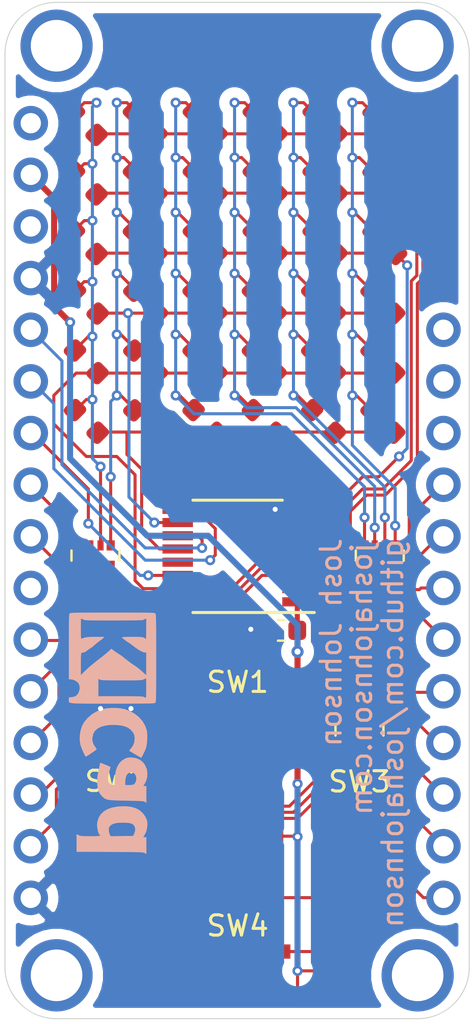
<source format=kicad_pcb>
(kicad_pcb (version 20171130) (host pcbnew "(5.1.2)-1")
  (title_block (rev 0) (company "Josh Johnson"))
  (layers (0 F.Cu signal) (31 B.Cu signal) (34 B.Paste user) (35 F.Paste user) (36 B.SilkS user) (37 F.SilkS user) (38 B.Mask user) (39 F.Mask user) (44 Edge.Cuts user))
  (net 0 "")
  (net 1 GND)
  (net 2 +3V3)
  (net 3 "Net-(D1-Pad2)")
  (net 4 "Net-(D1-Pad3)")
  (net 5 "Net-(D1-Pad1)")
  (net 6 /BT1)
  (net 7 /BT2)
  (net 8 /BT3)
  (net 9 /BT4)
  (net 10 /COL_5)
  (net 11 /COL_6)
  (net 12 /nLED_R)
  (net 13 /nLED_B)
  (net 14 /nLED_G)
  (net 15 /COL_1)
  (net 16 /COL_3)
  (net 17 /COL_2)
  (net 18 /COL_4)
  (net 19 /ROW_6)
  (net 20 /ROW_5)
  (net 21 /ROW_4)
  (net 22 /ROW_3)
  (net 23 /ROW_2)
  (net 24 /ROW_1)
  (net 25 /R1)
  (net 26 /R2)
  (net 27 /R3)
  (net 28 /R4)
  (net 29 /R5)
  (net 30 /R6)
  (net 31 /C1)
  (net 32 /C2)
  (net 33 /C3)
  (net 34 /C4)
  (net 35 /C5)
  (net 36 /C6)
  (module josh-led:LED_ARGB_PLCC4_1210 (layer F.Cu) (at 110.95 115.625 270)
    (fp_text reference D1 hide)
    (fp_text value LED_RGBA)
    (pad 2 smd rect (at 0.75 1.4 270) (size 1.1 1.7) (layers F.Cu F.Paste F.Mask) (net 3 "Net-(D1-Pad2)"))
    (pad 3 smd rect (at 0.75 -1.4 270) (size 1.1 1.7) (layers F.Cu F.Paste F.Mask) (net 4 "Net-(D1-Pad3)"))
    (pad 1 smd rect (at -0.75 1.4 270) (size 1.1 1.7) (layers F.Cu F.Paste F.Mask) (net 5 "Net-(D1-Pad1)"))
    (pad 4 smd rect (at -0.75 -1.4 270) (size 1.1 1.7) (layers F.Cu F.Paste F.Mask) (net 2 +3V3))
  )
  (module josh-logos:OSHW_Logo_3.6x3.6_F.Mask (layer B.Cu) (at 105 118.9 270)
    (fp_text reference G*** hide)
    (fp_text value LOGO hide)
  )
  (module Symbol:Symbol_KiCAD-Logo_CopperAndSilkScreenTop (layer B.Cu) (at 104.6 109.8 270)
    (fp_text reference REF** hide)
    (fp_text value "KiCAD Logo" hide)
  )
  (module josh-logos:josh-details (layer B.Cu) (at 116.95 105.1 270)
    (fp_text reference REF**)
    (fp_text value "Josh Details")
    (fp_text user github.com/joshajohnson (at 4.7236 -1.632 90) (layer B.SilkS) (effects (justify mirror)))
    (fp_text user joshajohnson.com (at 2.05 -0.1 90) (layer B.SilkS) (effects (justify mirror)))
    (fp_text user "Josh Johnson" (at 0.25 1.4 270) (layer B.SilkS) (effects (justify mirror)))
  )
  (module josh-buttons-switches:BT_PTS815 (layer F.Cu) (at 110.95 121.675)
    (fp_text reference SW4 (at 0 -2.3876 180) (layer F.SilkS))
    (fp_text value SW_Push)
    (pad 1 smd rect (at 2.2 1.125) (size 0.8 0.7) (layers F.Cu F.Paste F.Mask) (net 2 +3V3))
    (pad 2 smd rect (at 2.2 -1.125) (size 0.8 0.7) (layers F.Cu F.Paste F.Mask) (net 9 /BT4))
    (pad 1 smd rect (at -2.2 1.125) (size 0.8 0.7) (layers F.Cu F.Paste F.Mask) (net 2 +3V3))
    (pad 2 smd rect (at -2.2 -1.125) (size 0.8 0.7) (layers F.Cu F.Paste F.Mask) (net 9 /BT4))
  )
  (module josh-buttons-switches:BT_PTS815 (layer F.Cu) (at 116.95 115.675 90)
    (fp_text reference SW3 (at 3.475 0 180) (layer F.SilkS))
    (fp_text value SW_Push)
    (pad 1 smd rect (at 2.2 1.125 90) (size 0.8 0.7) (layers F.Cu F.Paste F.Mask) (net 2 +3V3))
    (pad 2 smd rect (at 2.2 -1.125 90) (size 0.8 0.7) (layers F.Cu F.Paste F.Mask) (net 8 /BT3))
    (pad 1 smd rect (at -2.2 1.125 90) (size 0.8 0.7) (layers F.Cu F.Paste F.Mask) (net 2 +3V3))
    (pad 2 smd rect (at -2.2 -1.125 90) (size 0.8 0.7) (layers F.Cu F.Paste F.Mask) (net 8 /BT3))
  )
  (module josh-buttons-switches:BT_PTS815 (layer F.Cu) (at 104.95 115.675 270)
    (fp_text reference SW2 (at -3.5 0 180) (layer F.SilkS))
    (fp_text value SW_Push)
    (pad 1 smd rect (at 2.2 1.125 270) (size 0.8 0.7) (layers F.Cu F.Paste F.Mask) (net 2 +3V3))
    (pad 2 smd rect (at 2.2 -1.125 270) (size 0.8 0.7) (layers F.Cu F.Paste F.Mask) (net 7 /BT2))
    (pad 1 smd rect (at -2.2 1.125 270) (size 0.8 0.7) (layers F.Cu F.Paste F.Mask) (net 2 +3V3))
    (pad 2 smd rect (at -2.2 -1.125 270) (size 0.8 0.7) (layers F.Cu F.Paste F.Mask) (net 7 /BT2))
  )
  (module josh-buttons-switches:BT_PTS815 (layer F.Cu) (at 110.95 109.675 180)
    (fp_text reference SW1 (at 0 2.375 180) (layer F.SilkS))
    (fp_text value SW_Push)
    (pad 1 smd rect (at 2.2 1.125 180) (size 0.8 0.7) (layers F.Cu F.Paste F.Mask) (net 2 +3V3))
    (pad 2 smd rect (at 2.2 -1.125 180) (size 0.8 0.7) (layers F.Cu F.Paste F.Mask) (net 6 /BT1))
    (pad 1 smd rect (at -2.2 1.125 180) (size 0.8 0.7) (layers F.Cu F.Paste F.Mask) (net 2 +3V3))
    (pad 2 smd rect (at -2.2 -1.125 180) (size 0.8 0.7) (layers F.Cu F.Paste F.Mask) (net 6 /BT1))
  )
  (module josh-led:LED_0603_1608Metric_45_noSilk (layer F.Cu) (at 103.5 94.475 315)
    (fp_text reference D37 hide)
    (fp_text value LED)
    (pad 2 smd roundrect (at 0.7875 0 315) (size 0.875 0.95) (layers F.Cu F.Paste F.Mask) (net 30 /R6))
    (pad 1 smd roundrect (at -0.7875 0 315) (size 0.875 0.95) (layers F.Cu F.Paste F.Mask) (net 31 /C1))
  )
  (module josh-led:LED_0603_1608Metric_45_noSilk (layer F.Cu) (at 103.5 91.545 315)
    (fp_text reference D36 hide)
    (fp_text value LED)
    (pad 2 smd roundrect (at 0.7875 0 315) (size 0.875 0.95) (layers F.Cu F.Paste F.Mask) (net 29 /R5))
    (pad 1 smd roundrect (at -0.7875 0 315) (size 0.875 0.95) (layers F.Cu F.Paste F.Mask) (net 31 /C1))
  )
  (module josh-led:LED_0603_1608Metric_45_noSilk (layer F.Cu) (at 103.5 88.615 315)
    (fp_text reference D35 hide)
    (fp_text value LED)
    (pad 2 smd roundrect (at 0.7875 0 315) (size 0.875 0.95) (layers F.Cu F.Paste F.Mask) (net 28 /R4))
    (pad 1 smd roundrect (at -0.7875 0 315) (size 0.875 0.95) (layers F.Cu F.Paste F.Mask) (net 31 /C1))
  )
  (module josh-led:LED_0603_1608Metric_45_noSilk (layer F.Cu) (at 103.45 85.685 315)
    (fp_text reference D34 hide)
    (fp_text value LED)
    (pad 2 smd roundrect (at 0.7875 0 315) (size 0.875 0.95) (layers F.Cu F.Paste F.Mask) (net 27 /R3))
    (pad 1 smd roundrect (at -0.7875 0 315) (size 0.875 0.95) (layers F.Cu F.Paste F.Mask) (net 31 /C1))
  )
  (module josh-led:LED_0603_1608Metric_45_noSilk (layer F.Cu) (at 103.45 82.755 315)
    (fp_text reference D33 hide)
    (fp_text value LED)
    (pad 2 smd roundrect (at 0.7875 0 315) (size 0.875 0.95) (layers F.Cu F.Paste F.Mask) (net 26 /R2))
    (pad 1 smd roundrect (at -0.7875 0 315) (size 0.875 0.95) (layers F.Cu F.Paste F.Mask) (net 31 /C1))
  )
  (module josh-led:LED_0603_1608Metric_45_noSilk (layer F.Cu) (at 103.45 79.825 315)
    (fp_text reference D32 hide)
    (fp_text value LED)
    (pad 2 smd roundrect (at 0.7875 0 315) (size 0.875 0.95) (layers F.Cu F.Paste F.Mask) (net 25 /R1))
    (pad 1 smd roundrect (at -0.7875 0 315) (size 0.875 0.95) (layers F.Cu F.Paste F.Mask) (net 31 /C1))
  )
  (module josh-led:LED_0603_1608Metric_45_noSilk (layer F.Cu) (at 106.42 94.4875 315)
    (fp_text reference D31 hide)
    (fp_text value LED)
    (pad 2 smd roundrect (at 0.7875 0 315) (size 0.875 0.95) (layers F.Cu F.Paste F.Mask) (net 30 /R6))
    (pad 1 smd roundrect (at -0.7875 0 315) (size 0.875 0.95) (layers F.Cu F.Paste F.Mask) (net 32 /C2))
  )
  (module josh-led:LED_0603_1608Metric_45_noSilk (layer F.Cu) (at 106.42 91.5475 315)
    (fp_text reference D30 hide)
    (fp_text value LED)
    (pad 2 smd roundrect (at 0.7875 0 315) (size 0.875 0.95) (layers F.Cu F.Paste F.Mask) (net 29 /R5))
    (pad 1 smd roundrect (at -0.7875 0 315) (size 0.875 0.95) (layers F.Cu F.Paste F.Mask) (net 32 /C2))
  )
  (module josh-led:LED_0603_1608Metric_45_noSilk (layer F.Cu) (at 106.42 88.6075 315)
    (fp_text reference D29 hide)
    (fp_text value LED)
    (pad 2 smd roundrect (at 0.7875 0 315) (size 0.875 0.95) (layers F.Cu F.Paste F.Mask) (net 28 /R4))
    (pad 1 smd roundrect (at -0.7875 0 315) (size 0.875 0.95) (layers F.Cu F.Paste F.Mask) (net 32 /C2))
  )
  (module josh-led:LED_0603_1608Metric_45_noSilk (layer F.Cu) (at 106.4 85.6675 315)
    (fp_text reference D28 hide)
    (fp_text value LED)
    (pad 2 smd roundrect (at 0.7875 0 315) (size 0.875 0.95) (layers F.Cu F.Paste F.Mask) (net 27 /R3))
    (pad 1 smd roundrect (at -0.7875 0 315) (size 0.875 0.95) (layers F.Cu F.Paste F.Mask) (net 32 /C2))
  )
  (module josh-led:LED_0603_1608Metric_45_noSilk (layer F.Cu) (at 106.4 82.7275 315)
    (fp_text reference D27 hide)
    (fp_text value LED)
    (pad 2 smd roundrect (at 0.7875 0 315) (size 0.875 0.95) (layers F.Cu F.Paste F.Mask) (net 26 /R2))
    (pad 1 smd roundrect (at -0.7875 0 315) (size 0.875 0.95) (layers F.Cu F.Paste F.Mask) (net 32 /C2))
  )
  (module josh-led:LED_0603_1608Metric_45_noSilk (layer F.Cu) (at 106.4 79.7875 315)
    (fp_text reference D26 hide)
    (fp_text value LED)
    (pad 2 smd roundrect (at 0.7875 0 315) (size 0.875 0.95) (layers F.Cu F.Paste F.Mask) (net 25 /R1))
    (pad 1 smd roundrect (at -0.7875 0 315) (size 0.875 0.95) (layers F.Cu F.Paste F.Mask) (net 32 /C2))
  )
  (module josh-led:LED_0603_1608Metric_45_noSilk (layer F.Cu) (at 109.34 94.475 315)
    (fp_text reference D25 hide)
    (fp_text value LED)
    (pad 2 smd roundrect (at 0.7875 0 315) (size 0.875 0.95) (layers F.Cu F.Paste F.Mask) (net 30 /R6))
    (pad 1 smd roundrect (at -0.7875 0 315) (size 0.875 0.95) (layers F.Cu F.Paste F.Mask) (net 33 /C3))
  )
  (module josh-led:LED_0603_1608Metric_45_noSilk (layer F.Cu) (at 109.34 91.5375 315)
    (fp_text reference D24 hide)
    (fp_text value LED)
    (pad 2 smd roundrect (at 0.7875 0 315) (size 0.875 0.95) (layers F.Cu F.Paste F.Mask) (net 29 /R5))
    (pad 1 smd roundrect (at -0.7875 0 315) (size 0.875 0.95) (layers F.Cu F.Paste F.Mask) (net 33 /C3))
  )
  (module josh-led:LED_0603_1608Metric_45_noSilk (layer F.Cu) (at 109.34 88.6 315)
    (fp_text reference D23 hide)
    (fp_text value LED)
    (pad 2 smd roundrect (at 0.7875 0 315) (size 0.875 0.95) (layers F.Cu F.Paste F.Mask) (net 28 /R4))
    (pad 1 smd roundrect (at -0.7875 0 315) (size 0.875 0.95) (layers F.Cu F.Paste F.Mask) (net 33 /C3))
  )
  (module josh-led:LED_0603_1608Metric_45_noSilk (layer F.Cu) (at 109.35 85.6625 315)
    (fp_text reference D22 hide)
    (fp_text value LED)
    (pad 2 smd roundrect (at 0.7875 0 315) (size 0.875 0.95) (layers F.Cu F.Paste F.Mask) (net 27 /R3))
    (pad 1 smd roundrect (at -0.7875 0 315) (size 0.875 0.95) (layers F.Cu F.Paste F.Mask) (net 33 /C3))
  )
  (module josh-led:LED_0603_1608Metric_45_noSilk (layer F.Cu) (at 109.35 82.725 315)
    (fp_text reference D21 hide)
    (fp_text value LED)
    (pad 2 smd roundrect (at 0.7875 0 315) (size 0.875 0.95) (layers F.Cu F.Paste F.Mask) (net 26 /R2))
    (pad 1 smd roundrect (at -0.7875 0 315) (size 0.875 0.95) (layers F.Cu F.Paste F.Mask) (net 33 /C3))
  )
  (module josh-led:LED_0603_1608Metric_45_noSilk (layer F.Cu) (at 109.35 79.7875 315)
    (fp_text reference D20 hide)
    (fp_text value LED)
    (pad 2 smd roundrect (at 0.7875 0 315) (size 0.875 0.95) (layers F.Cu F.Paste F.Mask) (net 25 /R1))
    (pad 1 smd roundrect (at -0.7875 0 315) (size 0.875 0.95) (layers F.Cu F.Paste F.Mask) (net 33 /C3))
  )
  (module josh-led:LED_0603_1608Metric_45_noSilk (layer F.Cu) (at 112.26 94.475 315)
    (fp_text reference D19 hide)
    (fp_text value LED)
    (pad 2 smd roundrect (at 0.7875 0 315) (size 0.875 0.95) (layers F.Cu F.Paste F.Mask) (net 30 /R6))
    (pad 1 smd roundrect (at -0.7875 0 315) (size 0.875 0.95) (layers F.Cu F.Paste F.Mask) (net 34 /C4))
  )
  (module josh-led:LED_0603_1608Metric_45_noSilk (layer F.Cu) (at 112.26 91.5375 315)
    (fp_text reference D18 hide)
    (fp_text value LED)
    (pad 2 smd roundrect (at 0.7875 0 315) (size 0.875 0.95) (layers F.Cu F.Paste F.Mask) (net 29 /R5))
    (pad 1 smd roundrect (at -0.7875 0 315) (size 0.875 0.95) (layers F.Cu F.Paste F.Mask) (net 34 /C4))
  )
  (module josh-led:LED_0603_1608Metric_45_noSilk (layer F.Cu) (at 112.26 88.6 315)
    (fp_text reference D17 hide)
    (fp_text value LED)
    (pad 2 smd roundrect (at 0.7875 0 315) (size 0.875 0.95) (layers F.Cu F.Paste F.Mask) (net 28 /R4))
    (pad 1 smd roundrect (at -0.7875 0 315) (size 0.875 0.95) (layers F.Cu F.Paste F.Mask) (net 34 /C4))
  )
  (module josh-led:LED_0603_1608Metric_45_noSilk (layer F.Cu) (at 112.3 85.6625 315)
    (fp_text reference D16 hide)
    (fp_text value LED)
    (pad 2 smd roundrect (at 0.7875 0 315) (size 0.875 0.95) (layers F.Cu F.Paste F.Mask) (net 27 /R3))
    (pad 1 smd roundrect (at -0.7875 0 315) (size 0.875 0.95) (layers F.Cu F.Paste F.Mask) (net 34 /C4))
  )
  (module josh-led:LED_0603_1608Metric_45_noSilk (layer F.Cu) (at 112.3 82.725 315)
    (fp_text reference D15 hide)
    (fp_text value LED)
    (pad 2 smd roundrect (at 0.7875 0 315) (size 0.875 0.95) (layers F.Cu F.Paste F.Mask) (net 26 /R2))
    (pad 1 smd roundrect (at -0.7875 0 315) (size 0.875 0.95) (layers F.Cu F.Paste F.Mask) (net 34 /C4))
  )
  (module josh-led:LED_0603_1608Metric_45_noSilk (layer F.Cu) (at 112.3 79.7875 315)
    (fp_text reference D14 hide)
    (fp_text value LED)
    (pad 2 smd roundrect (at 0.7875 0 315) (size 0.875 0.95) (layers F.Cu F.Paste F.Mask) (net 25 /R1))
    (pad 1 smd roundrect (at -0.7875 0 315) (size 0.875 0.95) (layers F.Cu F.Paste F.Mask) (net 34 /C4))
  )
  (module josh-led:LED_0603_1608Metric_45_noSilk (layer F.Cu) (at 115.18 94.475 315)
    (fp_text reference D13 hide)
    (fp_text value LED)
    (pad 2 smd roundrect (at 0.7875 0 315) (size 0.875 0.95) (layers F.Cu F.Paste F.Mask) (net 30 /R6))
    (pad 1 smd roundrect (at -0.7875 0 315) (size 0.875 0.95) (layers F.Cu F.Paste F.Mask) (net 35 /C5))
  )
  (module josh-led:LED_0603_1608Metric_45_noSilk (layer F.Cu) (at 115.18 91.5375 315)
    (fp_text reference D12 hide)
    (fp_text value LED)
    (pad 2 smd roundrect (at 0.7875 0 315) (size 0.875 0.95) (layers F.Cu F.Paste F.Mask) (net 29 /R5))
    (pad 1 smd roundrect (at -0.7875 0 315) (size 0.875 0.95) (layers F.Cu F.Paste F.Mask) (net 35 /C5))
  )
  (module josh-led:LED_0603_1608Metric_45_noSilk (layer F.Cu) (at 115.18 88.6 315)
    (fp_text reference D11 hide)
    (fp_text value LED)
    (pad 2 smd roundrect (at 0.7875 0 315) (size 0.875 0.95) (layers F.Cu F.Paste F.Mask) (net 28 /R4))
    (pad 1 smd roundrect (at -0.7875 0 315) (size 0.875 0.95) (layers F.Cu F.Paste F.Mask) (net 35 /C5))
  )
  (module josh-led:LED_0603_1608Metric_45_noSilk (layer F.Cu) (at 115.25 85.6625 315)
    (fp_text reference D10 hide)
    (fp_text value LED)
    (pad 2 smd roundrect (at 0.7875 0 315) (size 0.875 0.95) (layers F.Cu F.Paste F.Mask) (net 27 /R3))
    (pad 1 smd roundrect (at -0.7875 0 315) (size 0.875 0.95) (layers F.Cu F.Paste F.Mask) (net 35 /C5))
  )
  (module josh-led:LED_0603_1608Metric_45_noSilk (layer F.Cu) (at 115.25 82.725 315)
    (fp_text reference D9 hide)
    (fp_text value LED)
    (pad 2 smd roundrect (at 0.7875 0 315) (size 0.875 0.95) (layers F.Cu F.Paste F.Mask) (net 26 /R2))
    (pad 1 smd roundrect (at -0.7875 0 315) (size 0.875 0.95) (layers F.Cu F.Paste F.Mask) (net 35 /C5))
  )
  (module josh-led:LED_0603_1608Metric_45_noSilk (layer F.Cu) (at 115.25 79.7875 315)
    (fp_text reference D8 hide)
    (fp_text value LED)
    (pad 2 smd roundrect (at 0.7875 0 315) (size 0.875 0.95) (layers F.Cu F.Paste F.Mask) (net 25 /R1))
    (pad 1 smd roundrect (at -0.7875 0 315) (size 0.875 0.95) (layers F.Cu F.Paste F.Mask) (net 35 /C5))
  )
  (module josh-led:LED_0603_1608Metric_45_noSilk (layer F.Cu) (at 118.1 94.475 315)
    (fp_text reference D7 hide)
    (fp_text value LED)
    (pad 2 smd roundrect (at 0.7875 0 315) (size 0.875 0.95) (layers F.Cu F.Paste F.Mask) (net 30 /R6))
    (pad 1 smd roundrect (at -0.7875 0 315) (size 0.875 0.95) (layers F.Cu F.Paste F.Mask) (net 36 /C6))
  )
  (module josh-led:LED_0603_1608Metric_45_noSilk (layer F.Cu) (at 118.1 91.545 315)
    (fp_text reference D6 hide)
    (fp_text value LED)
    (pad 2 smd roundrect (at 0.7875 0 315) (size 0.875 0.95) (layers F.Cu F.Paste F.Mask) (net 29 /R5))
    (pad 1 smd roundrect (at -0.7875 0 315) (size 0.875 0.95) (layers F.Cu F.Paste F.Mask) (net 36 /C6))
  )
  (module josh-led:LED_0603_1608Metric_45_noSilk (layer F.Cu) (at 118.1 88.615 315)
    (fp_text reference D5 hide)
    (fp_text value LED)
    (pad 2 smd roundrect (at 0.7875 0 315) (size 0.875 0.95) (layers F.Cu F.Paste F.Mask) (net 28 /R4))
    (pad 1 smd roundrect (at -0.7875 0 315) (size 0.875 0.95) (layers F.Cu F.Paste F.Mask) (net 36 /C6))
  )
  (module josh-led:LED_0603_1608Metric_45_noSilk (layer F.Cu) (at 118.2 85.685 315)
    (fp_text reference D4 hide)
    (fp_text value LED)
    (pad 2 smd roundrect (at 0.7875 0 315) (size 0.875 0.95) (layers F.Cu F.Paste F.Mask) (net 27 /R3))
    (pad 1 smd roundrect (at -0.7875 0 315) (size 0.875 0.95) (layers F.Cu F.Paste F.Mask) (net 36 /C6))
  )
  (module josh-led:LED_0603_1608Metric_45_noSilk (layer F.Cu) (at 118.2 82.755 315)
    (fp_text reference D3 hide)
    (fp_text value LED)
    (pad 2 smd roundrect (at 0.7875 0 315) (size 0.875 0.95) (layers F.Cu F.Paste F.Mask) (net 26 /R2))
    (pad 1 smd roundrect (at -0.7875 0 315) (size 0.875 0.95) (layers F.Cu F.Paste F.Mask) (net 36 /C6))
  )
  (module josh-led:LED_0603_1608Metric_45_noSilk (layer F.Cu) (at 118.2 79.825 315)
    (fp_text reference D2 hide)
    (fp_text value LED)
    (pad 2 smd roundrect (at 0.7875 0 315) (size 0.875 0.95) (layers F.Cu F.Paste F.Mask) (net 25 /R1))
    (pad 1 smd roundrect (at -0.7875 0 315) (size 0.875 0.95) (layers F.Cu F.Paste F.Mask) (net 36 /C6))
  )
  (module Package_SO:TSSOP-16_4.4x5mm_P0.65mm (layer F.Cu) (at 110.95 101.075 180)
    (fp_text reference U1 hide)
    (fp_text value CD74HC4050)
    (pad 16 smd rect (at 2.95 -2.275 180) (size 1.5 0.45) (layers F.Cu F.Paste F.Mask))
    (pad 15 smd rect (at 2.95 -1.625 180) (size 1.5 0.45) (layers F.Cu F.Paste F.Mask) (net 29 /R5))
    (pad 14 smd rect (at 2.95 -0.975 180) (size 1.5 0.45) (layers F.Cu F.Paste F.Mask) (net 20 /ROW_5))
    (pad 13 smd rect (at 2.95 -0.325 180) (size 1.5 0.45) (layers F.Cu F.Paste F.Mask))
    (pad 12 smd rect (at 2.95 0.325 180) (size 1.5 0.45) (layers F.Cu F.Paste F.Mask) (net 30 /R6))
    (pad 11 smd rect (at 2.95 0.975 180) (size 1.5 0.45) (layers F.Cu F.Paste F.Mask) (net 19 /ROW_6))
    (pad 10 smd rect (at 2.95 1.625 180) (size 1.5 0.45) (layers F.Cu F.Paste F.Mask) (net 28 /R4))
    (pad 9 smd rect (at 2.95 2.275 180) (size 1.5 0.45) (layers F.Cu F.Paste F.Mask) (net 21 /ROW_4))
    (pad 8 smd rect (at -2.95 2.275 180) (size 1.5 0.45) (layers F.Cu F.Paste F.Mask) (net 1 GND))
    (pad 7 smd rect (at -2.95 1.625 180) (size 1.5 0.45) (layers F.Cu F.Paste F.Mask) (net 22 /ROW_3))
    (pad 6 smd rect (at -2.95 0.975 180) (size 1.5 0.45) (layers F.Cu F.Paste F.Mask) (net 27 /R3))
    (pad 5 smd rect (at -2.95 0.325 180) (size 1.5 0.45) (layers F.Cu F.Paste F.Mask) (net 23 /ROW_2))
    (pad 4 smd rect (at -2.95 -0.325 180) (size 1.5 0.45) (layers F.Cu F.Paste F.Mask) (net 26 /R2))
    (pad 3 smd rect (at -2.95 -0.975 180) (size 1.5 0.45) (layers F.Cu F.Paste F.Mask) (net 24 /ROW_1))
    (pad 2 smd rect (at -2.95 -1.625 180) (size 1.5 0.45) (layers F.Cu F.Paste F.Mask) (net 25 /R1))
    (pad 1 smd rect (at -2.95 -2.275 180) (size 1.5 0.45) (layers F.Cu F.Paste F.Mask) (net 2 +3V3))
  )
  (module Resistor_SMD:R_Array_Convex_4x0402 (layer F.Cu) (at 117.95 101.075 90)
    (fp_text reference RN4 hide)
    (fp_text value 330R)
    (pad 5 smd rect (at 0.5 0.75 90) (size 0.5 0.4) (layers F.Cu F.Paste F.Mask) (net 36 /C6))
    (pad 6 smd rect (at 0.5 0.25 90) (size 0.5 0.3) (layers F.Cu F.Paste F.Mask) (net 35 /C5))
    (pad 8 smd rect (at 0.5 -0.75 90) (size 0.5 0.4) (layers F.Cu F.Paste F.Mask) (net 33 /C3))
    (pad 7 smd rect (at 0.5 -0.25 90) (size 0.5 0.3) (layers F.Cu F.Paste F.Mask) (net 34 /C4))
    (pad 4 smd rect (at -0.5 0.75 90) (size 0.5 0.4) (layers F.Cu F.Paste F.Mask) (net 11 /COL_6))
    (pad 2 smd rect (at -0.5 -0.25 90) (size 0.5 0.3) (layers F.Cu F.Paste F.Mask) (net 18 /COL_4))
    (pad 3 smd rect (at -0.5 0.25 90) (size 0.5 0.3) (layers F.Cu F.Paste F.Mask) (net 10 /COL_5))
    (pad 1 smd rect (at -0.5 -0.75 90) (size 0.5 0.4) (layers F.Cu F.Paste F.Mask) (net 16 /COL_3))
  )
  (module Resistor_SMD:R_Array_Convex_4x0402 (layer F.Cu) (at 116.95 109.675 270)
    (fp_text reference RN3 hide)
    (fp_text value 330R)
    (pad 5 smd rect (at 0.5 0.75 270) (size 0.5 0.4) (layers F.Cu F.Paste F.Mask) (net 5 "Net-(D1-Pad1)"))
    (pad 6 smd rect (at 0.5 0.25 270) (size 0.5 0.3) (layers F.Cu F.Paste F.Mask) (net 3 "Net-(D1-Pad2)"))
    (pad 8 smd rect (at 0.5 -0.75 270) (size 0.5 0.4) (layers F.Cu F.Paste F.Mask))
    (pad 7 smd rect (at 0.5 -0.25 270) (size 0.5 0.3) (layers F.Cu F.Paste F.Mask) (net 4 "Net-(D1-Pad3)"))
    (pad 4 smd rect (at -0.5 0.75 270) (size 0.5 0.4) (layers F.Cu F.Paste F.Mask) (net 12 /nLED_R))
    (pad 2 smd rect (at -0.5 -0.25 270) (size 0.5 0.3) (layers F.Cu F.Paste F.Mask) (net 13 /nLED_B))
    (pad 3 smd rect (at -0.5 0.25 270) (size 0.5 0.3) (layers F.Cu F.Paste F.Mask) (net 14 /nLED_G))
    (pad 1 smd rect (at -0.5 -0.75 270) (size 0.5 0.4) (layers F.Cu F.Paste F.Mask))
  )
  (module Resistor_SMD:R_Array_Convex_4x0402 (layer F.Cu) (at 103.95 101.075 90)
    (fp_text reference RN2 hide)
    (fp_text value 330R)
    (pad 5 smd rect (at 0.5 0.75 90) (size 0.5 0.4) (layers F.Cu F.Paste F.Mask) (net 32 /C2))
    (pad 6 smd rect (at 0.5 0.25 90) (size 0.5 0.3) (layers F.Cu F.Paste F.Mask) (net 31 /C1))
    (pad 8 smd rect (at 0.5 -0.75 90) (size 0.5 0.4) (layers F.Cu F.Paste F.Mask))
    (pad 7 smd rect (at 0.5 -0.25 90) (size 0.5 0.3) (layers F.Cu F.Paste F.Mask))
    (pad 4 smd rect (at -0.5 0.75 90) (size 0.5 0.4) (layers F.Cu F.Paste F.Mask) (net 17 /COL_2))
    (pad 2 smd rect (at -0.5 -0.25 90) (size 0.5 0.3) (layers F.Cu F.Paste F.Mask))
    (pad 3 smd rect (at -0.5 0.25 90) (size 0.5 0.3) (layers F.Cu F.Paste F.Mask) (net 15 /COL_1))
    (pad 1 smd rect (at -0.5 -0.75 90) (size 0.5 0.4) (layers F.Cu F.Paste F.Mask))
  )
  (module Resistor_SMD:R_Array_Convex_4x0402 (layer F.Cu) (at 104.95 109.675 270)
    (fp_text reference RN1 hide)
    (fp_text value 10K)
    (pad 5 smd rect (at 0.5 0.75 270) (size 0.5 0.4) (layers F.Cu F.Paste F.Mask) (net 7 /BT2))
    (pad 6 smd rect (at 0.5 0.25 270) (size 0.5 0.3) (layers F.Cu F.Paste F.Mask) (net 9 /BT4))
    (pad 8 smd rect (at 0.5 -0.75 270) (size 0.5 0.4) (layers F.Cu F.Paste F.Mask) (net 6 /BT1))
    (pad 7 smd rect (at 0.5 -0.25 270) (size 0.5 0.3) (layers F.Cu F.Paste F.Mask) (net 8 /BT3))
    (pad 4 smd rect (at -0.5 0.75 270) (size 0.5 0.4) (layers F.Cu F.Paste F.Mask) (net 1 GND))
    (pad 2 smd rect (at -0.5 -0.25 270) (size 0.5 0.3) (layers F.Cu F.Paste F.Mask) (net 1 GND))
    (pad 3 smd rect (at -0.5 0.25 270) (size 0.5 0.3) (layers F.Cu F.Paste F.Mask) (net 1 GND))
    (pad 1 smd rect (at -0.5 -0.75 270) (size 0.5 0.4) (layers F.Cu F.Paste F.Mask) (net 1 GND))
  )
  (module josh-connectors:featherwing (layer F.Cu) (at 110.925 98.8586 270)
    (fp_text reference J1)
    (fp_text value Feather)
    (fp_arc (start -22.4536 -8.89) (end -24.9936 -8.89) (angle 90) (layer Edge.Cuts) (width 0.05))
    (fp_arc (start -22.4536 8.89) (end -22.4536 11.43) (angle 90) (layer Edge.Cuts) (width 0.05))
    (fp_arc (start 22.4536 8.89) (end 22.4536 11.43) (angle -88.9) (layer Edge.Cuts) (width 0.05))
    (fp_arc (start 22.4536 -8.89) (end 22.4536 -11.43) (angle 90) (layer Edge.Cuts) (width 0.05))
    (fp_line (start -24.9936 -8.89) (end -24.9936 8.89) (layer Edge.Cuts) (width 0.05))
    (fp_line (start -22.4536 11.43) (end 22.4536 11.43) (layer Edge.Cuts) (width 0.05))
    (fp_line (start 24.993132 8.938762) (end 24.9936 -8.89) (layer Edge.Cuts) (width 0.05))
    (fp_line (start 22.4536 -11.43) (end -22.4536 -11.43) (layer Edge.Cuts) (width 0.05))
    (pad 2 thru_hole circle (at -16.51 10.16 270) (size 1.7 1.7) (drill 1) (layers *.Cu *.Mask) (net 2 +3V3))
    (pad 3 thru_hole circle (at -13.97 10.16 270) (size 1.7 1.7) (drill 1) (layers *.Cu *.Mask))
    (pad 4 thru_hole circle (at -11.43 10.16 270) (size 1.7 1.7) (drill 1) (layers *.Cu *.Mask) (net 1 GND))
    (pad 5 thru_hole circle (at -8.89 10.16 270) (size 1.7 1.7) (drill 1) (layers *.Cu *.Mask) (net 19 /ROW_6))
    (pad 6 thru_hole circle (at -6.35 10.16 270) (size 1.7 1.7) (drill 1) (layers *.Cu *.Mask) (net 21 /ROW_4))
    (pad 7 thru_hole circle (at -3.81 10.16 270) (size 1.7 1.7) (drill 1) (layers *.Cu *.Mask) (net 20 /ROW_5))
    (pad 8 thru_hole circle (at -1.27 10.16 270) (size 1.7 1.7) (drill 1) (layers *.Cu *.Mask) (net 15 /COL_1))
    (pad 9 thru_hole circle (at 1.27 10.16 270) (size 1.7 1.7) (drill 1) (layers *.Cu *.Mask) (net 17 /COL_2))
    (pad 10 thru_hole circle (at 3.81 10.16 270) (size 1.7 1.7) (drill 1) (layers *.Cu *.Mask))
    (pad 11 thru_hole circle (at 6.35 10.16 270) (size 1.7 1.7) (drill 1) (layers *.Cu *.Mask) (net 22 /ROW_3))
    (pad 12 thru_hole circle (at 8.89 10.16 270) (size 1.7 1.7) (drill 1) (layers *.Cu *.Mask) (net 23 /ROW_2))
    (pad 13 thru_hole circle (at 11.43 10.16 270) (size 1.7 1.7) (drill 1) (layers *.Cu *.Mask) (net 24 /ROW_1))
    (pad 14 thru_hole circle (at 13.97 10.16 270) (size 1.7 1.7) (drill 1) (layers *.Cu *.Mask) (net 6 /BT1))
    (pad 15 thru_hole circle (at 16.51 10.16 270) (size 1.7 1.7) (drill 1) (layers *.Cu *.Mask) (net 7 /BT2))
    (pad 1 thru_hole circle (at -19.05 10.16 270) (size 1.7 1.7) (drill 1) (layers *.Cu *.Mask))
    (pad 16 thru_hole circle (at 19.05 10.16 270) (size 1.7 1.7) (drill 1) (layers *.Cu *.Mask) (net 1 GND))
    (pad 28 thru_hole circle (at -8.89 -10.16 270) (size 1.7 1.7) (drill 1) (layers *.Cu *.Mask))
    (pad 27 thru_hole circle (at -6.35 -10.16 270) (size 1.7 1.7) (drill 1) (layers *.Cu *.Mask))
    (pad 26 thru_hole circle (at -3.81 -10.16 270) (size 1.7 1.7) (drill 1) (layers *.Cu *.Mask))
    (pad 25 thru_hole circle (at -1.27 -10.16 270) (size 1.7 1.7) (drill 1) (layers *.Cu *.Mask) (net 11 /COL_6))
    (pad 24 thru_hole circle (at 1.27 -10.16 270) (size 1.7 1.7) (drill 1) (layers *.Cu *.Mask) (net 10 /COL_5))
    (pad 23 thru_hole circle (at 3.81 -10.16 270) (size 1.7 1.7) (drill 1) (layers *.Cu *.Mask) (net 18 /COL_4))
    (pad 22 thru_hole circle (at 6.35 -10.16 270) (size 1.7 1.7) (drill 1) (layers *.Cu *.Mask) (net 16 /COL_3))
    (pad 21 thru_hole circle (at 8.89 -10.16 270) (size 1.7 1.7) (drill 1) (layers *.Cu *.Mask) (net 12 /nLED_R))
    (pad 20 thru_hole circle (at 11.43 -10.16 270) (size 1.7 1.7) (drill 1) (layers *.Cu *.Mask) (net 14 /nLED_G))
    (pad 19 thru_hole circle (at 13.97 -10.16 270) (size 1.7 1.7) (drill 1) (layers *.Cu *.Mask) (net 13 /nLED_B))
    (pad 18 thru_hole circle (at 16.51 -10.16 270) (size 1.7 1.7) (drill 1) (layers *.Cu *.Mask) (net 8 /BT3))
    (pad 17 thru_hole circle (at 19.05 -10.16 270) (size 1.7 1.7) (drill 1) (layers *.Cu *.Mask) (net 9 /BT4))
    (pad "" np_thru_hole circle (at -22.86 -8.89 270) (size 3.556 3.556) (drill 2.54) (layers *.Cu *.Mask))
    (pad "" np_thru_hole circle (at 22.86 -8.89 270) (size 3.556 3.556) (drill 2.54) (layers *.Cu *.Mask))
    (pad "" np_thru_hole circle (at -22.86 8.89 270) (size 3.556 3.556) (drill 2.54) (layers *.Cu *.Mask))
    (pad "" np_thru_hole circle (at 22.86 8.89 270) (size 3.556 3.556) (drill 2.54) (layers *.Cu *.Mask))
  )
  (module Capacitor_SMD:C_0603_1608Metric (layer F.Cu) (at 113.1 104.75 180)
    (fp_text reference C1 hide)
    (fp_text value 100n)
    (pad 2 smd roundrect (at 0.7875 0 180) (size 0.875 0.95) (layers F.Cu F.Paste F.Mask) (net 1 GND))
    (pad 1 smd roundrect (at -0.7875 0 180) (size 0.875 0.95) (layers F.Cu F.Paste F.Mask) (net 2 +3V3))
  )
  (via (at 112.8 98.8) (size 0.5) (drill 0.25) (layers F.Cu B.Cu) (net 1))
  (segment (start 113.9 98.8) (end 112.8 98.8) (width 0.25) (layer F.Cu) (net 1))
  (via (at 111.6 104.7) (size 0.5) (drill 0.25) (layers F.Cu B.Cu) (net 1))
  (segment (start 112.3125 104.675) (end 111.625 104.675) (width 0.25) (layer F.Cu) (net 1))
  (segment (start 111.625 104.675) (end 111.6 104.7) (width 0.25) (layer F.Cu) (net 1))
  (segment (start 105.7 109.175) (end 105.7 108.6) (width 0.15) (layer F.Cu) (net 1))
  (segment (start 104.449999 108.6) (end 104.2 108.6) (width 0.15) (layer F.Cu) (net 1))
  (segment (start 104.5 108.6) (end 104.449999 108.6) (width 0.15) (layer F.Cu) (net 1))
  (segment (start 104.7 109.175) (end 104.7 108.8) (width 0.15) (layer F.Cu) (net 1))
  (via (at 104.2 108.6) (size 0.5) (drill 0.25) (layers F.Cu B.Cu) (net 1))
  (segment (start 104.7 108.8) (end 104.5 108.6) (width 0.15) (layer F.Cu) (net 1))
  (via (at 105.7 108.6) (size 0.5) (drill 0.25) (layers F.Cu B.Cu) (net 1))
  (segment (start 104.2 109.175) (end 104.2 108.6) (width 0.15) (layer F.Cu) (net 1))
  (segment (start 105.2 109.175) (end 105.2 108.8) (width 0.15) (layer F.Cu) (net 1))
  (segment (start 105.2 108.8) (end 105.4 108.6) (width 0.15) (layer F.Cu) (net 1))
  (segment (start 105.4 108.6) (end 105.7 108.6) (width 0.15) (layer F.Cu) (net 1))
  (segment (start 113.8875 104.675) (end 113.8875 103.3125) (width 0.25) (layer F.Cu) (net 2))
  (segment (start 113.8875 103.3125) (end 113.9 103.3) (width 0.25) (layer F.Cu) (net 2))
  (segment (start 103.825 113.525) (end 103.8 113.5) (width 0.15) (layer F.Cu) (net 2))
  (segment (start 103.825 117.875) (end 103.825 113.525) (width 0.15) (layer F.Cu) (net 2))
  (segment (start 108.75 110.8) (end 113.1 110.8) (width 0.15) (layer F.Cu) (net 6))
  (segment (start 115.825 113.475) (end 115.825 117.875) (width 0.15) (layer F.Cu) (net 8))
  (segment (start 115.825 117.875) (end 115.8 117.9) (width 0.15) (layer F.Cu) (net 8))
  (segment (start 108.75 122.8) (end 113.1 122.8) (width 0.15) (layer F.Cu) (net 2))
  (segment (start 104.006847 80.331847) (end 118.781847 80.331847) (width 0.15) (layer F.Cu) (net 25))
  (segment (start 118.8 80.4) (end 118.781847 80.381847) (width 0.15) (layer F.Cu) (net 25))
  (segment (start 120.075012 81.675012) (end 118.8 80.4) (width 0.15) (layer F.Cu) (net 25))
  (segment (start 120.075012 87.424988) (end 120.075012 81.675012) (width 0.15) (layer F.Cu) (net 25))
  (segment (start 119.8 96.524279) (end 119.8 87.7) (width 0.15) (layer F.Cu) (net 25))
  (segment (start 116.5 101) (end 116.5 98.9) (width 0.15) (layer F.Cu) (net 25))
  (segment (start 116.5 98.9) (end 117.299989 98.100011) (width 0.15) (layer F.Cu) (net 25))
  (segment (start 119.8 87.7) (end 120.075012 87.424988) (width 0.15) (layer F.Cu) (net 25))
  (segment (start 113.9 102.7) (end 114.8 102.7) (width 0.15) (layer F.Cu) (net 25))
  (segment (start 114.8 102.7) (end 116.5 101) (width 0.15) (layer F.Cu) (net 25))
  (segment (start 117.299989 98.100011) (end 118.224268 98.100011) (width 0.15) (layer F.Cu) (net 25))
  (segment (start 118.224268 98.100011) (end 119.8 96.524279) (width 0.15) (layer F.Cu) (net 25))
  (via (at 116.6 93.2) (size 0.5) (drill 0.25) (layers F.Cu B.Cu) (net 36))
  (via (at 116.6 90.2) (size 0.5) (drill 0.25) (layers F.Cu B.Cu) (net 36))
  (segment (start 116.6 90.2) (end 116.6 93.2) (width 0.15) (layer B.Cu) (net 36))
  (via (at 116.6 87.2) (size 0.5) (drill 0.25) (layers F.Cu B.Cu) (net 36))
  (segment (start 116.6 87.2) (end 116.6 90.2) (width 0.15) (layer B.Cu) (net 36))
  (via (at 116.6 84.2) (size 0.5) (drill 0.25) (layers F.Cu B.Cu) (net 36))
  (segment (start 116.6 84.2) (end 116.6 87.2) (width 0.15) (layer B.Cu) (net 36))
  (via (at 116.6 81.5) (size 0.5) (drill 0.25) (layers F.Cu B.Cu) (net 36))
  (segment (start 116.6 78.8) (end 116.6 81.5) (width 0.15) (layer B.Cu) (net 36))
  (segment (start 116.6 81.5) (end 116.6 84.2) (width 0.15) (layer B.Cu) (net 36))
  (segment (start 116.945 81.5) (end 116.6 81.5) (width 0.15) (layer F.Cu) (net 36))
  (segment (start 117.643153 82.198153) (end 116.945 81.5) (width 0.15) (layer F.Cu) (net 36))
  (segment (start 116.7 84.2) (end 116.6 84.2) (width 0.15) (layer F.Cu) (net 36))
  (segment (start 117.643153 85.128153) (end 117.628153 85.128153) (width 0.15) (layer F.Cu) (net 36))
  (segment (start 117.628153 85.128153) (end 116.7 84.2) (width 0.15) (layer F.Cu) (net 36))
  (segment (start 116.7 87.2) (end 116.6 87.2) (width 0.15) (layer F.Cu) (net 36))
  (segment (start 117.543153 88.058153) (end 117.543153 88.043153) (width 0.15) (layer F.Cu) (net 36))
  (segment (start 117.543153 88.043153) (end 116.7 87.2) (width 0.15) (layer F.Cu) (net 36))
  (segment (start 116.8 90.2) (end 116.6 90.2) (width 0.15) (layer F.Cu) (net 36))
  (segment (start 117.543153 90.988153) (end 117.543153 90.943153) (width 0.15) (layer F.Cu) (net 36))
  (segment (start 117.543153 90.943153) (end 116.8 90.2) (width 0.15) (layer F.Cu) (net 36))
  (segment (start 116.8 93.2) (end 116.6 93.2) (width 0.15) (layer F.Cu) (net 36))
  (segment (start 117.543153 93.918153) (end 117.518153 93.918153) (width 0.15) (layer F.Cu) (net 36))
  (segment (start 117.518153 93.918153) (end 116.8 93.2) (width 0.15) (layer F.Cu) (net 36))
  (via (at 116.6 78.8) (size 0.5) (drill 0.25) (layers F.Cu B.Cu) (net 36))
  (segment (start 117.1 78.8) (end 116.6 78.8) (width 0.15) (layer F.Cu) (net 36))
  (segment (start 117.643153 79.268153) (end 117.568153 79.268153) (width 0.15) (layer F.Cu) (net 36))
  (segment (start 117.568153 79.268153) (end 117.1 78.8) (width 0.15) (layer F.Cu) (net 36))
  (via (at 118.707574 99.606059) (size 0.5) (drill 0.25) (layers F.Cu B.Cu) (net 36))
  (segment (start 118.707574 99.959612) (end 118.707574 99.606059) (width 0.15) (layer F.Cu) (net 36))
  (segment (start 118.707574 100.592426) (end 118.707574 99.959612) (width 0.15) (layer F.Cu) (net 36))
  (segment (start 118.7 100.6) (end 118.707574 100.592426) (width 0.15) (layer F.Cu) (net 36))
  (segment (start 118.707574 99.252506) (end 118.707574 99.606059) (width 0.15) (layer B.Cu) (net 36))
  (segment (start 118.707574 97.757574) (end 118.707574 99.252506) (width 0.15) (layer B.Cu) (net 36))
  (segment (start 116.6 93.2) (end 116.6 95.65) (width 0.15) (layer B.Cu) (net 36))
  (segment (start 116.6 95.65) (end 118.707574 97.757574) (width 0.15) (layer B.Cu) (net 36))
  (via (at 113.7 78.8) (size 0.5) (drill 0.25) (layers F.Cu B.Cu) (net 35))
  (via (at 113.7 90.2) (size 0.5) (drill 0.25) (layers F.Cu B.Cu) (net 35))
  (via (at 113.7 93.2) (size 0.5) (drill 0.25) (layers F.Cu B.Cu) (net 35))
  (via (at 113.7 87.2) (size 0.5) (drill 0.25) (layers F.Cu B.Cu) (net 35))
  (via (at 113.7 84.2) (size 0.5) (drill 0.25) (layers F.Cu B.Cu) (net 35))
  (via (at 113.7 81.5) (size 0.5) (drill 0.25) (layers F.Cu B.Cu) (net 35))
  (segment (start 114.743153 82.198153) (end 114.045 81.5) (width 0.15) (layer F.Cu) (net 35))
  (segment (start 114.045 81.5) (end 113.7 81.5) (width 0.15) (layer F.Cu) (net 35))
  (segment (start 114.728153 85.128153) (end 113.8 84.2) (width 0.15) (layer F.Cu) (net 35))
  (segment (start 114.743153 85.128153) (end 114.728153 85.128153) (width 0.15) (layer F.Cu) (net 35))
  (segment (start 113.8 84.2) (end 113.7 84.2) (width 0.15) (layer F.Cu) (net 35))
  (segment (start 113.8 87.2) (end 113.7 87.2) (width 0.15) (layer F.Cu) (net 35))
  (segment (start 114.643153 88.043153) (end 113.8 87.2) (width 0.15) (layer F.Cu) (net 35))
  (segment (start 114.643153 88.058153) (end 114.643153 88.043153) (width 0.15) (layer F.Cu) (net 35))
  (segment (start 114.643153 90.943153) (end 113.9 90.2) (width 0.15) (layer F.Cu) (net 35))
  (segment (start 113.9 90.2) (end 113.7 90.2) (width 0.15) (layer F.Cu) (net 35))
  (segment (start 114.643153 90.988153) (end 114.643153 90.943153) (width 0.15) (layer F.Cu) (net 35))
  (segment (start 113.9 93.2) (end 113.7 93.2) (width 0.15) (layer F.Cu) (net 35))
  (segment (start 114.618153 93.918153) (end 113.9 93.2) (width 0.15) (layer F.Cu) (net 35))
  (segment (start 114.643153 93.918153) (end 114.618153 93.918153) (width 0.15) (layer F.Cu) (net 35))
  (segment (start 113.7 90.2) (end 113.7 93.2) (width 0.15) (layer B.Cu) (net 35))
  (segment (start 113.7 87.2) (end 113.7 90.2) (width 0.15) (layer B.Cu) (net 35))
  (segment (start 114.2 78.8) (end 113.7 78.8) (width 0.15) (layer F.Cu) (net 35))
  (segment (start 114.743153 79.268153) (end 114.668153 79.268153) (width 0.15) (layer F.Cu) (net 35))
  (segment (start 114.668153 79.268153) (end 114.2 78.8) (width 0.15) (layer F.Cu) (net 35))
  (segment (start 113.7 84.2) (end 113.7 87.2) (width 0.15) (layer B.Cu) (net 35))
  (segment (start 113.7 81.5) (end 113.7 84.2) (width 0.15) (layer B.Cu) (net 35))
  (segment (start 113.7 78.8) (end 113.7 81.5) (width 0.15) (layer B.Cu) (net 35))
  (segment (start 104 83.25) (end 118.775 83.25) (width 0.15) (layer F.Cu) (net 26))
  (segment (start 118.1 97.8) (end 119.499989 96.400011) (width 0.15) (layer F.Cu) (net 26))
  (segment (start 114.8 101.4) (end 116.1 100.1) (width 0.15) (layer F.Cu) (net 26))
  (segment (start 119.499989 96.400011) (end 119.499989 87.575732) (width 0.15) (layer F.Cu) (net 26))
  (segment (start 119.499989 87.575732) (end 119.775001 87.300721) (width 0.15) (layer F.Cu) (net 26))
  (segment (start 119.775001 84.275001) (end 118.8 83.3) (width 0.15) (layer F.Cu) (net 26))
  (segment (start 119.775001 87.300721) (end 119.775001 84.275001) (width 0.15) (layer F.Cu) (net 26))
  (segment (start 116.1 98.8) (end 117.1 97.8) (width 0.15) (layer F.Cu) (net 26))
  (segment (start 117.1 97.8) (end 118.1 97.8) (width 0.15) (layer F.Cu) (net 26))
  (segment (start 116.1 100.1) (end 116.1 98.8) (width 0.15) (layer F.Cu) (net 26))
  (segment (start 113.9 101.4) (end 114.8 101.4) (width 0.15) (layer F.Cu) (net 26))
  (segment (start 104 86.2) (end 118.775 86.2) (width 0.15) (layer F.Cu) (net 27))
  (segment (start 114.8 100.1) (end 115.5 99.4) (width 0.15) (layer F.Cu) (net 27))
  (segment (start 113.9 100.1) (end 114.8 100.1) (width 0.15) (layer F.Cu) (net 27))
  (segment (start 115.5 99.4) (end 115.5 98.8) (width 0.15) (layer F.Cu) (net 27))
  (segment (start 115.5 98.8) (end 117.1 97.2) (width 0.15) (layer F.Cu) (net 27))
  (via (at 118.9 96.2) (size 0.5) (drill 0.25) (layers F.Cu B.Cu) (net 27))
  (segment (start 117.1 97.2) (end 117.9 97.2) (width 0.15) (layer F.Cu) (net 27))
  (segment (start 117.9 97.2) (end 118.9 96.2) (width 0.15) (layer F.Cu) (net 27))
  (via (at 119.3 86.8) (size 0.5) (drill 0.25) (layers F.Cu B.Cu) (net 27))
  (segment (start 118.8 86.2) (end 118.8 86.3) (width 0.15) (layer F.Cu) (net 27))
  (segment (start 118.8 86.3) (end 119.050001 86.550001) (width 0.15) (layer F.Cu) (net 27))
  (segment (start 119.050001 86.550001) (end 119.3 86.8) (width 0.15) (layer F.Cu) (net 27))
  (segment (start 119.3 87.153553) (end 119.3 86.8) (width 0.15) (layer B.Cu) (net 27))
  (segment (start 118.9 96.2) (end 119.3 95.8) (width 0.15) (layer B.Cu) (net 27))
  (segment (start 119.3 95.8) (end 119.3 87.153553) (width 0.15) (layer B.Cu) (net 27))
  (segment (start 104.05 92.1) (end 118.825 92.1) (width 0.15) (layer F.Cu) (net 29))
  (via (at 118.2 99.2) (size 0.5) (drill 0.25) (layers F.Cu B.Cu) (net 35))
  (segment (start 118.2 100.575) (end 118.2 99.2) (width 0.15) (layer F.Cu) (net 35))
  (segment (start 113.7 93.212139) (end 113.7 93.2) (width 0.15) (layer B.Cu) (net 35))
  (segment (start 118.2 99.2) (end 118.2 97.712139) (width 0.15) (layer B.Cu) (net 35))
  (segment (start 118.2 97.712139) (end 113.7 93.212139) (width 0.15) (layer B.Cu) (net 35))
  (via (at 110.8 78.8) (size 0.5) (drill 0.25) (layers F.Cu B.Cu) (net 34))
  (via (at 110.8 93.2) (size 0.5) (drill 0.25) (layers F.Cu B.Cu) (net 34))
  (via (at 110.8 87.2) (size 0.5) (drill 0.25) (layers F.Cu B.Cu) (net 34))
  (via (at 110.8 84.2) (size 0.5) (drill 0.25) (layers F.Cu B.Cu) (net 34))
  (via (at 110.8 81.5) (size 0.5) (drill 0.25) (layers F.Cu B.Cu) (net 34))
  (via (at 110.8 90.2) (size 0.5) (drill 0.25) (layers F.Cu B.Cu) (net 34))
  (segment (start 111.743153 88.058153) (end 111.743153 88.043153) (width 0.15) (layer F.Cu) (net 34))
  (segment (start 111 90.2) (end 110.8 90.2) (width 0.15) (layer F.Cu) (net 34))
  (segment (start 111.743153 90.988153) (end 111.743153 90.943153) (width 0.15) (layer F.Cu) (net 34))
  (segment (start 111 93.2) (end 110.8 93.2) (width 0.15) (layer F.Cu) (net 34))
  (segment (start 111.718153 93.918153) (end 111 93.2) (width 0.15) (layer F.Cu) (net 34))
  (segment (start 111.743153 93.918153) (end 111.718153 93.918153) (width 0.15) (layer F.Cu) (net 34))
  (segment (start 110.8 90.2) (end 110.8 93.2) (width 0.15) (layer B.Cu) (net 34))
  (segment (start 110.8 87.2) (end 110.8 90.2) (width 0.15) (layer B.Cu) (net 34))
  (segment (start 111.3 78.8) (end 110.8 78.8) (width 0.15) (layer F.Cu) (net 34))
  (segment (start 110.9 84.2) (end 110.8 84.2) (width 0.15) (layer F.Cu) (net 34))
  (segment (start 111.743153 90.943153) (end 111 90.2) (width 0.15) (layer F.Cu) (net 34))
  (segment (start 111.843153 85.128153) (end 111.828153 85.128153) (width 0.15) (layer F.Cu) (net 34))
  (segment (start 111.843153 82.198153) (end 111.145 81.5) (width 0.15) (layer F.Cu) (net 34))
  (segment (start 111.145 81.5) (end 110.8 81.5) (width 0.15) (layer F.Cu) (net 34))
  (segment (start 111.828153 85.128153) (end 110.9 84.2) (width 0.15) (layer F.Cu) (net 34))
  (segment (start 110.9 87.2) (end 110.8 87.2) (width 0.15) (layer F.Cu) (net 34))
  (segment (start 111.743153 88.043153) (end 110.9 87.2) (width 0.15) (layer F.Cu) (net 34))
  (segment (start 110.8 81.5) (end 110.8 84.2) (width 0.15) (layer B.Cu) (net 34))
  (segment (start 110.8 84.2) (end 110.8 87.2) (width 0.15) (layer B.Cu) (net 34))
  (segment (start 111.768153 79.268153) (end 111.3 78.8) (width 0.15) (layer F.Cu) (net 34))
  (segment (start 110.8 78.8) (end 110.8 81.5) (width 0.15) (layer B.Cu) (net 34))
  (segment (start 111.843153 79.268153) (end 111.768153 79.268153) (width 0.15) (layer F.Cu) (net 34))
  (via (at 117.7 99.7) (size 0.5) (drill 0.25) (layers F.Cu B.Cu) (net 34))
  (segment (start 117.7 99.7) (end 117.7 100.6) (width 0.15) (layer F.Cu) (net 34))
  (segment (start 117.7 99.346447) (end 117.7 99.7) (width 0.15) (layer B.Cu) (net 34))
  (segment (start 111.399989 93.799989) (end 113.824268 93.799989) (width 0.15) (layer B.Cu) (net 34))
  (segment (start 110.8 93.2) (end 111.399989 93.799989) (width 0.15) (layer B.Cu) (net 34))
  (segment (start 113.824268 93.799989) (end 117.7 97.675721) (width 0.15) (layer B.Cu) (net 34))
  (segment (start 117.7 97.675721) (end 117.7 99.346447) (width 0.15) (layer B.Cu) (net 34))
  (via (at 107.9 87.2) (size 0.5) (drill 0.25) (layers F.Cu B.Cu) (net 33))
  (via (at 107.9 84.2) (size 0.5) (drill 0.25) (layers F.Cu B.Cu) (net 33))
  (via (at 107.9 90.2) (size 0.5) (drill 0.25) (layers F.Cu B.Cu) (net 33))
  (via (at 107.9 81.5) (size 0.5) (drill 0.25) (layers F.Cu B.Cu) (net 33))
  (via (at 107.9 93.2) (size 0.5) (drill 0.25) (layers F.Cu B.Cu) (net 33))
  (via (at 107.9 78.8) (size 0.5) (drill 0.25) (layers F.Cu B.Cu) (net 33))
  (segment (start 108.843153 90.988153) (end 108.843153 90.943153) (width 0.15) (layer F.Cu) (net 33))
  (segment (start 107.9 87.2) (end 107.9 90.2) (width 0.15) (layer B.Cu) (net 33))
  (segment (start 108.1 90.2) (end 107.9 90.2) (width 0.15) (layer F.Cu) (net 33))
  (segment (start 107.9 90.2) (end 107.9 93.2) (width 0.15) (layer B.Cu) (net 33))
  (segment (start 108.1 93.2) (end 107.9 93.2) (width 0.15) (layer F.Cu) (net 33))
  (segment (start 108.843153 88.058153) (end 108.843153 88.043153) (width 0.15) (layer F.Cu) (net 33))
  (segment (start 108.4 78.8) (end 107.9 78.8) (width 0.15) (layer F.Cu) (net 33))
  (segment (start 108.818153 93.918153) (end 108.1 93.2) (width 0.15) (layer F.Cu) (net 33))
  (segment (start 108 84.2) (end 107.9 84.2) (width 0.15) (layer F.Cu) (net 33))
  (segment (start 108.843153 93.918153) (end 108.818153 93.918153) (width 0.15) (layer F.Cu) (net 33))
  (segment (start 107.9 78.8) (end 107.9 81.5) (width 0.15) (layer B.Cu) (net 33))
  (segment (start 108.943153 79.268153) (end 108.868153 79.268153) (width 0.15) (layer F.Cu) (net 33))
  (segment (start 108.928153 85.128153) (end 108 84.2) (width 0.15) (layer F.Cu) (net 33))
  (segment (start 108 87.2) (end 107.9 87.2) (width 0.15) (layer F.Cu) (net 33))
  (segment (start 108.245 81.5) (end 107.9 81.5) (width 0.15) (layer F.Cu) (net 33))
  (segment (start 107.9 84.2) (end 107.9 87.2) (width 0.15) (layer B.Cu) (net 33))
  (segment (start 108.868153 79.268153) (end 108.4 78.8) (width 0.15) (layer F.Cu) (net 33))
  (segment (start 107.9 81.5) (end 107.9 84.2) (width 0.15) (layer B.Cu) (net 33))
  (segment (start 108.843153 88.043153) (end 108 87.2) (width 0.15) (layer F.Cu) (net 33))
  (segment (start 108.943153 85.128153) (end 108.928153 85.128153) (width 0.15) (layer F.Cu) (net 33))
  (segment (start 108.843153 90.943153) (end 108.1 90.2) (width 0.15) (layer F.Cu) (net 33))
  (segment (start 108.943153 82.198153) (end 108.245 81.5) (width 0.15) (layer F.Cu) (net 33))
  (via (at 117.2 99.2) (size 0.5) (drill 0.25) (layers F.Cu B.Cu) (net 33))
  (segment (start 117.2 100.575) (end 117.2 99.2) (width 0.15) (layer F.Cu) (net 33))
  (segment (start 117.2 99.2) (end 117.2 97.7) (width 0.15) (layer B.Cu) (net 33))
  (segment (start 117.2 97.7) (end 113.6 94.1) (width 0.15) (layer B.Cu) (net 33))
  (segment (start 108.8 94.1) (end 107.9 93.2) (width 0.15) (layer B.Cu) (net 33))
  (segment (start 113.6 94.1) (end 108.8 94.1) (width 0.15) (layer B.Cu) (net 33))
  (via (at 105 90.2) (size 0.5) (drill 0.25) (layers F.Cu B.Cu) (net 32))
  (via (at 105 84.2) (size 0.5) (drill 0.25) (layers F.Cu B.Cu) (net 32))
  (via (at 105 78.8) (size 0.5) (drill 0.25) (layers F.Cu B.Cu) (net 32))
  (via (at 105 93.2) (size 0.5) (drill 0.25) (layers F.Cu B.Cu) (net 32))
  (via (at 105 87.2) (size 0.5) (drill 0.25) (layers F.Cu B.Cu) (net 32))
  (via (at 105 81.5) (size 0.5) (drill 0.25) (layers F.Cu B.Cu) (net 32))
  (segment (start 105.968153 79.268153) (end 105.5 78.8) (width 0.15) (layer F.Cu) (net 32))
  (segment (start 105.5 78.8) (end 105 78.8) (width 0.15) (layer F.Cu) (net 32))
  (segment (start 105.1 87.2) (end 105 87.2) (width 0.15) (layer F.Cu) (net 32))
  (segment (start 105.918153 93.918153) (end 105.2 93.2) (width 0.15) (layer F.Cu) (net 32))
  (segment (start 105.943153 88.043153) (end 105.1 87.2) (width 0.15) (layer F.Cu) (net 32))
  (segment (start 106.043153 85.128153) (end 106.028153 85.128153) (width 0.15) (layer F.Cu) (net 32))
  (segment (start 106.043153 79.268153) (end 105.968153 79.268153) (width 0.15) (layer F.Cu) (net 32))
  (segment (start 105 84.2) (end 105 87.2) (width 0.15) (layer B.Cu) (net 32))
  (segment (start 105.943153 93.918153) (end 105.918153 93.918153) (width 0.15) (layer F.Cu) (net 32))
  (segment (start 106.043153 82.198153) (end 105.345 81.5) (width 0.15) (layer F.Cu) (net 32))
  (segment (start 105.1 84.2) (end 105 84.2) (width 0.15) (layer F.Cu) (net 32))
  (segment (start 105.943153 90.988153) (end 105.943153 90.943153) (width 0.15) (layer F.Cu) (net 32))
  (segment (start 105 90.2) (end 105 93.2) (width 0.15) (layer B.Cu) (net 32))
  (segment (start 105.943153 88.058153) (end 105.943153 88.043153) (width 0.15) (layer F.Cu) (net 32))
  (segment (start 105.2 90.2) (end 105 90.2) (width 0.15) (layer F.Cu) (net 32))
  (segment (start 105.345 81.5) (end 105 81.5) (width 0.15) (layer F.Cu) (net 32))
  (segment (start 105 81.5) (end 105 84.2) (width 0.15) (layer B.Cu) (net 32))
  (segment (start 105 78.8) (end 105 81.5) (width 0.15) (layer B.Cu) (net 32))
  (segment (start 106.028153 85.128153) (end 105.1 84.2) (width 0.15) (layer F.Cu) (net 32))
  (segment (start 105.2 93.2) (end 105 93.2) (width 0.15) (layer F.Cu) (net 32))
  (segment (start 105.943153 90.943153) (end 105.2 90.2) (width 0.15) (layer F.Cu) (net 32))
  (segment (start 105 87.2) (end 105 90.2) (width 0.15) (layer B.Cu) (net 32))
  (segment (start 104.7 96.846447) (end 104.7 97.2) (width 0.15) (layer B.Cu) (net 32))
  (segment (start 104.7 93.5) (end 104.7 96.846447) (width 0.15) (layer B.Cu) (net 32))
  (segment (start 105 93.2) (end 104.7 93.5) (width 0.15) (layer B.Cu) (net 32))
  (segment (start 104.7 100.6) (end 104.7 97.2) (width 0.15) (layer F.Cu) (net 32))
  (via (at 104.7 97.2) (size 0.5) (drill 0.25) (layers F.Cu B.Cu) (net 32))
  (segment (start 102.893153 79.268153) (end 102.9 79.275) (width 0.15) (layer F.Cu) (net 31))
  (segment (start 103 93.9) (end 102.9 94) (width 0.15) (layer F.Cu) (net 31))
  (segment (start 102.893153 88.093153) (end 103 88.2) (width 0.15) (layer F.Cu) (net 31))
  (via (at 104 78.8) (size 0.5) (drill 0.25) (layers F.Cu B.Cu) (net 31))
  (segment (start 103.4 78.8) (end 104 78.8) (width 0.15) (layer F.Cu) (net 31))
  (segment (start 102.893153 79.268153) (end 102.931847 79.268153) (width 0.15) (layer F.Cu) (net 31))
  (segment (start 102.931847 79.268153) (end 103.4 78.8) (width 0.15) (layer F.Cu) (net 31))
  (segment (start 104 78.8) (end 103.8 79) (width 0.15) (layer B.Cu) (net 31))
  (via (at 103.8 81.8) (size 0.5) (drill 0.25) (layers F.Cu B.Cu) (net 31))
  (segment (start 103.4 81.8) (end 103.8 81.8) (width 0.15) (layer F.Cu) (net 31))
  (segment (start 102.893153 82.198153) (end 103.001847 82.198153) (width 0.15) (layer F.Cu) (net 31))
  (segment (start 103.001847 82.198153) (end 103.4 81.8) (width 0.15) (layer F.Cu) (net 31))
  (via (at 103.8 84.6) (size 0.5) (drill 0.25) (layers F.Cu B.Cu) (net 31))
  (segment (start 103.8 79) (end 103.8 84.6) (width 0.15) (layer B.Cu) (net 31))
  (segment (start 103.4 84.6) (end 103.8 84.6) (width 0.15) (layer F.Cu) (net 31))
  (segment (start 102.893153 85.128153) (end 102.893153 85.106847) (width 0.15) (layer F.Cu) (net 31))
  (segment (start 102.893153 85.106847) (end 103.4 84.6) (width 0.15) (layer F.Cu) (net 31))
  (via (at 103.8 87.6) (size 0.5) (drill 0.25) (layers F.Cu B.Cu) (net 31))
  (segment (start 103.8 84.6) (end 103.8 87.6) (width 0.15) (layer B.Cu) (net 31))
  (segment (start 103.4 87.6) (end 103.8 87.6) (width 0.15) (layer F.Cu) (net 31))
  (segment (start 102.943153 88.058153) (end 102.943153 88.056847) (width 0.15) (layer F.Cu) (net 31))
  (segment (start 102.943153 88.056847) (end 103.4 87.6) (width 0.15) (layer F.Cu) (net 31))
  (via (at 103.8 90.3) (size 0.5) (drill 0.25) (layers F.Cu B.Cu) (net 31))
  (segment (start 103.8 87.6) (end 103.8 90.3) (width 0.15) (layer B.Cu) (net 31))
  (segment (start 103.6 90.3) (end 103.8 90.3) (width 0.15) (layer F.Cu) (net 31))
  (segment (start 102.943153 90.988153) (end 102.943153 90.956847) (width 0.15) (layer F.Cu) (net 31))
  (segment (start 102.943153 90.956847) (end 103.6 90.3) (width 0.15) (layer F.Cu) (net 31))
  (via (at 103.8 93.4) (size 0.5) (drill 0.25) (layers F.Cu B.Cu) (net 31))
  (segment (start 103.8 90.3) (end 103.8 93.4) (width 0.15) (layer B.Cu) (net 31))
  (segment (start 103.5 93.4) (end 103.8 93.4) (width 0.15) (layer F.Cu) (net 31))
  (segment (start 102.943153 93.918153) (end 102.981847 93.918153) (width 0.15) (layer F.Cu) (net 31))
  (segment (start 102.981847 93.918153) (end 103.5 93.4) (width 0.15) (layer F.Cu) (net 31))
  (via (at 104.2 96.7) (size 0.5) (drill 0.25) (layers F.Cu B.Cu) (net 31))
  (segment (start 103.950001 96.450001) (end 104.2 96.7) (width 0.15) (layer B.Cu) (net 31))
  (segment (start 103.8 96.3) (end 103.950001 96.450001) (width 0.15) (layer B.Cu) (net 31))
  (segment (start 103.8 93.4) (end 103.8 96.3) (width 0.15) (layer B.Cu) (net 31))
  (segment (start 104.2 100.575) (end 104.2 96.7) (width 0.15) (layer F.Cu) (net 31))
  (segment (start 108.75 108.55) (end 113.15 108.55) (width 0.15) (layer F.Cu) (net 2))
  (segment (start 113.15 108.55) (end 113.2 108.6) (width 0.15) (layer F.Cu) (net 2))
  (segment (start 106.075 117.875) (end 106.075 113.425) (width 0.15) (layer F.Cu) (net 7))
  (segment (start 106.075 113.425) (end 106.1 113.4) (width 0.15) (layer F.Cu) (net 7))
  (segment (start 118.075 113.475) (end 118.075 117.875) (width 0.15) (layer F.Cu) (net 2))
  (via (at 113.9 105.8) (size 0.6) (drill 0.3) (layers F.Cu B.Cu) (net 2))
  (segment (start 113.9 105.8) (end 113.9 104.7) (width 0.3) (layer F.Cu) (net 2))
  (segment (start 113.15 122.8) (end 113.7 122.8) (width 0.15) (layer F.Cu) (net 2))
  (segment (start 113.7 122.8) (end 113.9 122.6) (width 0.15) (layer F.Cu) (net 2))
  (segment (start 103.85 118.45) (end 103.85 117.9) (width 0.15) (layer F.Cu) (net 2))
  (segment (start 108.75 122.8) (end 108.2 122.8) (width 0.15) (layer F.Cu) (net 2))
  (segment (start 108.2 122.8) (end 103.85 118.45) (width 0.15) (layer F.Cu) (net 2))
  (via (at 113.9 114.9) (size 0.5) (drill 0.25) (layers F.Cu B.Cu) (net 2))
  (segment (start 113.875 114.875) (end 113.9 114.9) (width 0.15) (layer F.Cu) (net 2))
  (segment (start 112.35 114.875) (end 113.875 114.875) (width 0.15) (layer F.Cu) (net 2))
  (via (at 102.7 89.6) (size 0.5) (drill 0.25) (layers F.Cu B.Cu) (net 2))
  (segment (start 101.915001 88.815001) (end 102.7 89.6) (width 0.3) (layer F.Cu) (net 2))
  (segment (start 101.915001 83.498601) (end 101.915001 88.815001) (width 0.3) (layer F.Cu) (net 2))
  (segment (start 100.765 82.3486) (end 101.915001 83.498601) (width 0.3) (layer F.Cu) (net 2))
  (segment (start 113.9 122.6) (end 113.9 121.7) (width 0.15) (layer F.Cu) (net 2))
  (via (at 113.9 121.499994) (size 0.5) (drill 0.25) (layers F.Cu B.Cu) (net 2))
  (segment (start 113.9 114.9) (end 113.9 121.499994) (width 0.3) (layer B.Cu) (net 2))
  (segment (start 113.9 121.7) (end 113.9 121.499994) (width 0.15) (layer F.Cu) (net 2))
  (segment (start 118.1 118.4) (end 118.1 117.85) (width 0.15) (layer F.Cu) (net 2))
  (segment (start 115 121.5) (end 118.1 118.4) (width 0.15) (layer F.Cu) (net 2))
  (segment (start 113.9 121.7) (end 113.9 121.5) (width 0.15) (layer F.Cu) (net 2))
  (segment (start 113.9 121.5) (end 115 121.5) (width 0.15) (layer F.Cu) (net 2))
  (segment (start 113.9 114.9) (end 113.9 112.3) (width 0.3) (layer B.Cu) (net 2))
  (via (at 113.9 112.3) (size 0.5) (drill 0.25) (layers F.Cu B.Cu) (net 2))
  (segment (start 113.15 108.55) (end 113.25 108.55) (width 0.15) (layer F.Cu) (net 2))
  (segment (start 113.85 108.55) (end 113.9 108.6) (width 0.15) (layer F.Cu) (net 2))
  (segment (start 113.15 108.55) (end 113.85 108.55) (width 0.15) (layer F.Cu) (net 2))
  (segment (start 113.9 112.3) (end 113.9 108.6) (width 0.3) (layer F.Cu) (net 2))
  (segment (start 113.9 108.6) (end 113.9 105.8) (width 0.3) (layer F.Cu) (net 2))
  (segment (start 113.9 104.5) (end 113.9 105.8) (width 0.3) (layer B.Cu) (net 2))
  (segment (start 109.5 100.1) (end 113.9 104.5) (width 0.3) (layer B.Cu) (net 2))
  (segment (start 106.5 100.1) (end 109.5 100.1) (width 0.3) (layer B.Cu) (net 2))
  (segment (start 102.7 89.6) (end 102.7 96.3) (width 0.3) (layer B.Cu) (net 2))
  (segment (start 102.7 96.3) (end 106.5 100.1) (width 0.3) (layer B.Cu) (net 2))
  (segment (start 110.8 114.075721) (end 110.8 116.1) (width 0.15) (layer F.Cu) (net 3))
  (segment (start 113.699989 113.700011) (end 111.17571 113.700011) (width 0.15) (layer F.Cu) (net 3))
  (segment (start 110.5 116.4) (end 109.6 116.4) (width 0.15) (layer F.Cu) (net 3))
  (segment (start 110.8 116.1) (end 110.5 116.4) (width 0.15) (layer F.Cu) (net 3))
  (segment (start 111.17571 113.700011) (end 110.8 114.075721) (width 0.15) (layer F.Cu) (net 3))
  (segment (start 116.7 110.7) (end 113.699989 113.700011) (width 0.15) (layer F.Cu) (net 3))
  (segment (start 116.7 110.175) (end 116.7 110.7) (width 0.15) (layer F.Cu) (net 3))
  (segment (start 111.100011 116.100011) (end 111.100011 114.199989) (width 0.15) (layer F.Cu) (net 4))
  (segment (start 111.100011 114.199989) (end 111.299978 114.000022) (width 0.15) (layer F.Cu) (net 4))
  (segment (start 111.299978 114.000022) (end 113.899978 114.000022) (width 0.15) (layer F.Cu) (net 4))
  (segment (start 113.899978 114.000022) (end 117.2 110.7) (width 0.15) (layer F.Cu) (net 4))
  (segment (start 117.2 110.575) (end 117.2 110.175) (width 0.15) (layer F.Cu) (net 4))
  (segment (start 117.2 110.7) (end 117.2 110.575) (width 0.15) (layer F.Cu) (net 4))
  (segment (start 111.4 116.4) (end 111.100011 116.100011) (width 0.15) (layer F.Cu) (net 4))
  (segment (start 112.3 116.4) (end 111.4 116.4) (width 0.15) (layer F.Cu) (net 4))
  (segment (start 110.4 113.4) (end 109.6 114.2) (width 0.15) (layer F.Cu) (net 5))
  (segment (start 113.5 113.4) (end 110.4 113.4) (width 0.15) (layer F.Cu) (net 5))
  (segment (start 116.2 110.7) (end 113.5 113.4) (width 0.15) (layer F.Cu) (net 5))
  (segment (start 116.2 110.175) (end 116.2 110.7) (width 0.15) (layer F.Cu) (net 5))
  (segment (start 109.6 114.2) (end 109.6 114.9) (width 0.15) (layer F.Cu) (net 5))
  (segment (start 105.7 110.175) (end 105.7 110.7) (width 0.15) (layer F.Cu) (net 6))
  (segment (start 105.7 110.7) (end 105.8 110.8) (width 0.15) (layer F.Cu) (net 6))
  (segment (start 105.8 110.8) (end 107 110.8) (width 0.15) (layer F.Cu) (net 6))
  (segment (start 107 110.8) (end 108.75 110.8) (width 0.15) (layer F.Cu) (net 6))
  (segment (start 106.6 110.8) (end 107 110.8) (width 0.15) (layer F.Cu) (net 6))
  (segment (start 106.6 108.3) (end 106.6 110.8) (width 0.15) (layer F.Cu) (net 6))
  (segment (start 101.2214 112.8286) (end 103.45 110.6) (width 0.15) (layer F.Cu) (net 6))
  (segment (start 100.765 112.8286) (end 101.2214 112.8286) (width 0.15) (layer F.Cu) (net 6))
  (segment (start 103.45 110.6) (end 103.45 108.35) (width 0.15) (layer F.Cu) (net 6))
  (segment (start 103.45 108.35) (end 103.7 108.1) (width 0.15) (layer F.Cu) (net 6))
  (segment (start 103.7 108.1) (end 106.4 108.1) (width 0.15) (layer F.Cu) (net 6))
  (segment (start 106.4 108.1) (end 106.6 108.3) (width 0.15) (layer F.Cu) (net 6))
  (segment (start 106.1 112.9) (end 106.1 113.5) (width 0.15) (layer F.Cu) (net 7))
  (segment (start 104.2 110.175) (end 104.2 111) (width 0.15) (layer F.Cu) (net 7))
  (segment (start 104.7 111.5) (end 106.1 112.9) (width 0.15) (layer F.Cu) (net 7))
  (segment (start 104.2 111) (end 104.35 111.15) (width 0.15) (layer F.Cu) (net 7))
  (segment (start 104.35 111.15) (end 104.7 111.5) (width 0.15) (layer F.Cu) (net 7))
  (segment (start 100.8 115.3) (end 100.8 115.4) (width 0.15) (layer F.Cu) (net 7))
  (segment (start 102.025 114.075) (end 100.8 115.3) (width 0.15) (layer F.Cu) (net 7))
  (segment (start 102.025 112.575) (end 102.025 114.075) (width 0.15) (layer F.Cu) (net 7))
  (segment (start 104.2 111) (end 103.6 111) (width 0.15) (layer F.Cu) (net 7))
  (segment (start 103.6 111) (end 102.025 112.575) (width 0.15) (layer F.Cu) (net 7))
  (segment (start 108.9 117.9) (end 115.85 117.9) (width 0.15) (layer F.Cu) (net 8))
  (segment (start 108.6 117.9) (end 108.9 117.9) (width 0.15) (layer F.Cu) (net 8))
  (segment (start 107.7 117) (end 108.6 117.9) (width 0.15) (layer F.Cu) (net 8))
  (segment (start 107.7 113.3) (end 107.7 117) (width 0.15) (layer F.Cu) (net 8))
  (segment (start 105.2 110.175) (end 105.2 110.8) (width 0.15) (layer F.Cu) (net 8))
  (segment (start 105.2 110.8) (end 107.7 113.3) (width 0.15) (layer F.Cu) (net 8))
  (segment (start 119.6 113.9) (end 121.1 115.4) (width 0.15) (layer F.Cu) (net 8))
  (segment (start 119.6 112.7) (end 119.6 113.9) (width 0.15) (layer F.Cu) (net 8))
  (segment (start 119 112.1) (end 119.6 112.7) (width 0.15) (layer F.Cu) (net 8))
  (segment (start 116.65 112.1) (end 119 112.1) (width 0.15) (layer F.Cu) (net 8))
  (segment (start 115.825 113.475) (end 115.825 112.925) (width 0.15) (layer F.Cu) (net 8))
  (segment (start 115.825 112.925) (end 116.65 112.1) (width 0.15) (layer F.Cu) (net 8))
  (segment (start 108.75 120.55) (end 113.15 120.55) (width 0.15) (layer F.Cu) (net 9))
  (segment (start 107.1 119) (end 108.7 120.6) (width 0.15) (layer F.Cu) (net 9))
  (segment (start 107.1 113.3) (end 107.1 119) (width 0.15) (layer F.Cu) (net 9))
  (segment (start 104.7 110.175) (end 104.7 110.9) (width 0.15) (layer F.Cu) (net 9))
  (segment (start 104.7 110.9) (end 107.1 113.3) (width 0.15) (layer F.Cu) (net 9))
  (segment (start 120.1 117.9) (end 121.1 117.9) (width 0.15) (layer F.Cu) (net 9))
  (segment (start 119.2 117) (end 120.1 117.9) (width 0.15) (layer F.Cu) (net 9))
  (segment (start 119.2 113.2) (end 119.2 117) (width 0.15) (layer F.Cu) (net 9))
  (segment (start 115.05 120.55) (end 116.9 118.7) (width 0.15) (layer F.Cu) (net 9))
  (segment (start 113.15 120.55) (end 115.05 120.55) (width 0.15) (layer F.Cu) (net 9))
  (segment (start 116.9 113.2) (end 117.5 112.6) (width 0.15) (layer F.Cu) (net 9))
  (segment (start 116.9 118.7) (end 116.9 113.2) (width 0.15) (layer F.Cu) (net 9))
  (segment (start 117.5 112.6) (end 118.6 112.6) (width 0.15) (layer F.Cu) (net 9))
  (segment (start 118.6 112.6) (end 119.2 113.2) (width 0.15) (layer F.Cu) (net 9))
  (segment (start 118.6 102.4) (end 119.324279 102.4) (width 0.15) (layer F.Cu) (net 10))
  (segment (start 118.2 101.575) (end 118.2 102) (width 0.15) (layer F.Cu) (net 10))
  (segment (start 118.2 102) (end 118.6 102.4) (width 0.15) (layer F.Cu) (net 10))
  (segment (start 119.324279 102.4) (end 119.812139 101.912139) (width 0.15) (layer F.Cu) (net 10))
  (segment (start 121.1 100.1) (end 121.1 100.624279) (width 0.15) (layer F.Cu) (net 10))
  (segment (start 120.9 100.1) (end 121.1 100.1) (width 0.15) (layer F.Cu) (net 10))
  (segment (start 119.812139 101.912139) (end 119.812139 101.187861) (width 0.15) (layer F.Cu) (net 10))
  (segment (start 119.812139 101.187861) (end 120.9 100.1) (width 0.15) (layer F.Cu) (net 10))
  (segment (start 119.4 99.2) (end 121.1 97.5) (width 0.15) (layer F.Cu) (net 11))
  (segment (start 119.4 101.9) (end 119.4 99.2) (width 0.15) (layer F.Cu) (net 11))
  (segment (start 119.2 102.1) (end 119.4 101.9) (width 0.15) (layer F.Cu) (net 11))
  (segment (start 118.8 102.1) (end 119.2 102.1) (width 0.15) (layer F.Cu) (net 11))
  (segment (start 118.7 101.575) (end 118.7 102) (width 0.15) (layer F.Cu) (net 11))
  (segment (start 118.7 102) (end 118.8 102.1) (width 0.15) (layer F.Cu) (net 11))
  (segment (start 117.1 107.8) (end 121 107.8) (width 0.15) (layer F.Cu) (net 12))
  (segment (start 116.2 109.175) (end 116.2 108.7) (width 0.15) (layer F.Cu) (net 12))
  (segment (start 116.2 108.7) (end 117.1 107.8) (width 0.15) (layer F.Cu) (net 12))
  (segment (start 118.6 110.4) (end 121.1 112.9) (width 0.15) (layer F.Cu) (net 13))
  (segment (start 118.6 108.9) (end 118.6 110.4) (width 0.15) (layer F.Cu) (net 13))
  (segment (start 118.2 108.5) (end 118.6 108.9) (width 0.15) (layer F.Cu) (net 13))
  (segment (start 117.4 108.5) (end 118.2 108.5) (width 0.15) (layer F.Cu) (net 13))
  (segment (start 117.2 109.175) (end 117.2 108.7) (width 0.15) (layer F.Cu) (net 13))
  (segment (start 117.2 108.7) (end 117.4 108.5) (width 0.15) (layer F.Cu) (net 13))
  (segment (start 116.7 109.175) (end 116.7 108.7) (width 0.15) (layer F.Cu) (net 14))
  (segment (start 116.7 108.7) (end 117.2 108.2) (width 0.15) (layer F.Cu) (net 14))
  (segment (start 117.2 108.2) (end 118.7 108.2) (width 0.15) (layer F.Cu) (net 14))
  (segment (start 118.7 108.2) (end 120.8 110.3) (width 0.15) (layer F.Cu) (net 14))
  (segment (start 120.8 110.3) (end 121.1 110.3) (width 0.15) (layer F.Cu) (net 14))
  (segment (start 102.4 101.925722) (end 102.4 99.25) (width 0.15) (layer F.Cu) (net 15))
  (segment (start 102.4 99.25) (end 100.75 97.6) (width 0.15) (layer F.Cu) (net 15))
  (segment (start 102.774267 102.299989) (end 102.4 101.925722) (width 0.15) (layer F.Cu) (net 15))
  (segment (start 103.875011 102.299989) (end 102.774267 102.299989) (width 0.15) (layer F.Cu) (net 15))
  (segment (start 104.2 101.975) (end 103.875011 102.299989) (width 0.15) (layer F.Cu) (net 15))
  (segment (start 104.2 101.575) (end 104.2 101.975) (width 0.15) (layer F.Cu) (net 15))
  (segment (start 119 103.1) (end 121.1 105.2) (width 0.15) (layer F.Cu) (net 16))
  (segment (start 118.227162 103.1) (end 119 103.1) (width 0.15) (layer F.Cu) (net 16))
  (segment (start 117.2 101.575) (end 117.2 102.072838) (width 0.15) (layer F.Cu) (net 16))
  (segment (start 117.2 102.072838) (end 118.227162 103.1) (width 0.15) (layer F.Cu) (net 16))
  (segment (start 102.1 101.45) (end 100.75 100.1) (width 0.15) (layer F.Cu) (net 17))
  (segment (start 102.1 102.05) (end 102.1 101.45) (width 0.15) (layer F.Cu) (net 17))
  (segment (start 102.65 102.6) (end 102.1 102.05) (width 0.15) (layer F.Cu) (net 17))
  (segment (start 104.25 102.6) (end 102.65 102.6) (width 0.15) (layer F.Cu) (net 17))
  (segment (start 104.7 101.575) (end 104.7 102.15) (width 0.15) (layer F.Cu) (net 17))
  (segment (start 104.7 102.15) (end 104.25 102.6) (width 0.15) (layer F.Cu) (net 17))
  (segment (start 120.9 102.9) (end 121.1 102.7) (width 0.15) (layer F.Cu) (net 18))
  (segment (start 119.9814 102.6686) (end 121.085 102.6686) (width 0.15) (layer F.Cu) (net 18))
  (segment (start 119.9 102.75) (end 119.9814 102.6686) (width 0.15) (layer F.Cu) (net 18))
  (segment (start 118.45 102.75) (end 119.9 102.75) (width 0.15) (layer F.Cu) (net 18))
  (segment (start 117.7 101.575) (end 117.7 102) (width 0.15) (layer F.Cu) (net 18))
  (segment (start 117.7 102) (end 118.45 102.75) (width 0.15) (layer F.Cu) (net 18))
  (via (at 109.2 100.7) (size 0.5) (drill 0.25) (layers F.Cu B.Cu) (net 19))
  (segment (start 102.1 91.3) (end 100.8 90) (width 0.15) (layer B.Cu) (net 19))
  (segment (start 102.3 91.5) (end 102.1 91.3) (width 0.15) (layer B.Cu) (net 19))
  (segment (start 102.3 96.6) (end 102.3 91.5) (width 0.15) (layer B.Cu) (net 19))
  (segment (start 109.2 100.7) (end 106.4 100.7) (width 0.15) (layer B.Cu) (net 19))
  (segment (start 106.4 100.7) (end 102.3 96.6) (width 0.15) (layer B.Cu) (net 19))
  (segment (start 109.2 100.3) (end 109.2 100.7) (width 0.15) (layer F.Cu) (net 19))
  (segment (start 108 100.1) (end 109 100.1) (width 0.15) (layer F.Cu) (net 19))
  (segment (start 109 100.1) (end 109.2 100.3) (width 0.15) (layer F.Cu) (net 19))
  (via (at 103.6 99.5) (size 0.5) (drill 0.25) (layers F.Cu B.Cu) (net 20))
  (segment (start 103.6 97.8) (end 100.8 95) (width 0.15) (layer F.Cu) (net 20))
  (segment (start 103.6 99.5) (end 103.6 97.8) (width 0.15) (layer F.Cu) (net 20))
  (segment (start 108 102.05) (end 106.55 102.05) (width 0.15) (layer F.Cu) (net 20))
  (via (at 106.55 102.05) (size 0.5) (drill 0.25) (layers F.Cu B.Cu) (net 20))
  (segment (start 106.15 102.05) (end 103.6 99.5) (width 0.15) (layer B.Cu) (net 20))
  (segment (start 106.55 102.05) (end 106.15 102.05) (width 0.15) (layer B.Cu) (net 20))
  (segment (start 100.8 92.5) (end 101.9 93.6) (width 0.15) (layer B.Cu) (net 21))
  (segment (start 109.849999 99.749999) (end 109.849999 101.050001) (width 0.15) (layer F.Cu) (net 21))
  (segment (start 108 98.8) (end 108.9 98.8) (width 0.15) (layer F.Cu) (net 21))
  (segment (start 101.9 93.6) (end 101.9 96.8) (width 0.15) (layer B.Cu) (net 21))
  (segment (start 106.4 101.3) (end 109.246447 101.3) (width 0.15) (layer B.Cu) (net 21))
  (segment (start 108.9 98.8) (end 109.849999 99.749999) (width 0.15) (layer F.Cu) (net 21))
  (segment (start 109.246447 101.3) (end 109.6 101.3) (width 0.15) (layer B.Cu) (net 21))
  (segment (start 101.9 96.8) (end 106.4 101.3) (width 0.15) (layer B.Cu) (net 21))
  (segment (start 109.849999 101.050001) (end 109.6 101.3) (width 0.15) (layer F.Cu) (net 21))
  (via (at 109.6 101.3) (size 0.5) (drill 0.25) (layers F.Cu B.Cu) (net 21))
  (segment (start 108.8 105.25) (end 100.75 105.25) (width 0.15) (layer F.Cu) (net 22))
  (segment (start 109.6 103.75) (end 109.6 104.45) (width 0.15) (layer F.Cu) (net 22))
  (segment (start 112.625 99.825) (end 112.625 100.725) (width 0.15) (layer F.Cu) (net 22))
  (segment (start 113 99.45) (end 112.625 99.825) (width 0.15) (layer F.Cu) (net 22))
  (segment (start 109.6 104.45) (end 108.8 105.25) (width 0.15) (layer F.Cu) (net 22))
  (segment (start 112.625 100.725) (end 109.6 103.75) (width 0.15) (layer F.Cu) (net 22))
  (segment (start 113.9 99.45) (end 113 99.45) (width 0.15) (layer F.Cu) (net 22))
  (segment (start 102.95 105.55) (end 100.75 107.75) (width 0.15) (layer F.Cu) (net 23))
  (segment (start 108.924279 105.55) (end 102.95 105.55) (width 0.15) (layer F.Cu) (net 23))
  (segment (start 109.900011 104.574268) (end 108.924279 105.55) (width 0.15) (layer F.Cu) (net 23))
  (segment (start 109.900011 103.874267) (end 109.900011 104.574268) (width 0.15) (layer F.Cu) (net 23))
  (segment (start 113.9 100.75) (end 113.024278 100.75) (width 0.15) (layer F.Cu) (net 23))
  (segment (start 113.024278 100.75) (end 109.900011 103.874267) (width 0.15) (layer F.Cu) (net 23))
  (segment (start 110.200022 103.999257) (end 112.149279 102.05) (width 0.15) (layer F.Cu) (net 24))
  (segment (start 100.765 110.2886) (end 102.1518 108.9018) (width 0.15) (layer F.Cu) (net 24))
  (segment (start 102.1518 108.9018) (end 102.1518 106.9982) (width 0.15) (layer F.Cu) (net 24))
  (segment (start 102.1518 106.9982) (end 103.3 105.85) (width 0.15) (layer F.Cu) (net 24))
  (segment (start 113 102.05) (end 113.9 102.05) (width 0.15) (layer F.Cu) (net 24))
  (segment (start 103.3 105.85) (end 109.048558 105.85) (width 0.15) (layer F.Cu) (net 24))
  (segment (start 109.048558 105.85) (end 110.200022 104.698536) (width 0.15) (layer F.Cu) (net 24))
  (segment (start 112.149279 102.05) (end 113 102.05) (width 0.15) (layer F.Cu) (net 24))
  (segment (start 110.200022 104.698536) (end 110.200022 103.999257) (width 0.15) (layer F.Cu) (net 24))
  (via (at 105.55 89.15) (size 0.5) (drill 0.25) (layers F.Cu B.Cu) (net 28))
  (segment (start 104.05 89.15) (end 105.55 89.15) (width 0.15) (layer F.Cu) (net 28))
  (segment (start 105.55 89.15) (end 118.825 89.15) (width 0.15) (layer F.Cu) (net 28))
  (via (at 106.85 99.45) (size 0.5) (drill 0.25) (layers F.Cu B.Cu) (net 28))
  (segment (start 108 99.45) (end 106.85 99.45) (width 0.15) (layer F.Cu) (net 28))
  (segment (start 105.6 89.2) (end 105.55 89.15) (width 0.15) (layer B.Cu) (net 28))
  (segment (start 106.85 99.45) (end 105.6 98.2) (width 0.15) (layer B.Cu) (net 28))
  (segment (start 105.6 98.2) (end 105.6 89.2) (width 0.15) (layer B.Cu) (net 28))
  (segment (start 101.9 93.2) (end 103 92.1) (width 0.15) (layer F.Cu) (net 29))
  (segment (start 101.9 94.6) (end 101.9 93.2) (width 0.15) (layer F.Cu) (net 29))
  (segment (start 106.296996 102.7) (end 105.9 102.303004) (width 0.15) (layer F.Cu) (net 29))
  (segment (start 105.9 102.303004) (end 105.9 97.1) (width 0.15) (layer F.Cu) (net 29))
  (segment (start 105.9 97.1) (end 105 96.2) (width 0.15) (layer F.Cu) (net 29))
  (segment (start 108 102.7) (end 106.296996 102.7) (width 0.15) (layer F.Cu) (net 29))
  (segment (start 105 96.2) (end 103.5 96.2) (width 0.15) (layer F.Cu) (net 29))
  (segment (start 103 92.1) (end 104 92.1) (width 0.15) (layer F.Cu) (net 29))
  (segment (start 103.5 96.2) (end 101.9 94.6) (width 0.15) (layer F.Cu) (net 29))
  (segment (start 104.05 95) (end 105.5 95) (width 0.15) (layer F.Cu) (net 30))
  (segment (start 105.5 95) (end 118.825 95) (width 0.15) (layer F.Cu) (net 30))
  (segment (start 105.5 96.1) (end 105.5 95) (width 0.15) (layer F.Cu) (net 30))
  (segment (start 106.225 96.825) (end 105.5 96.1) (width 0.15) (layer F.Cu) (net 30))
  (segment (start 106.225 99.875) (end 106.225 96.825) (width 0.15) (layer F.Cu) (net 30))
  (segment (start 108 100.75) (end 107.1 100.75) (width 0.15) (layer F.Cu) (net 30))
  (segment (start 107.1 100.75) (end 106.225 99.875) (width 0.15) (layer F.Cu) (net 30))
  (zone (net 1) (net_name GND) (layer B.Cu) (connect_pads (clearance 0.508)) (min_thickness 0.254) (fill yes (arc_segments 32) (thermal_gap 0.508) (thermal_bridge_width 0.508))
    (polygon (pts (xy 99.25 73.75) (xy 122.5 73.75) (xy 122.5 124) (xy 99.25 124.125)))
  )
)
</source>
